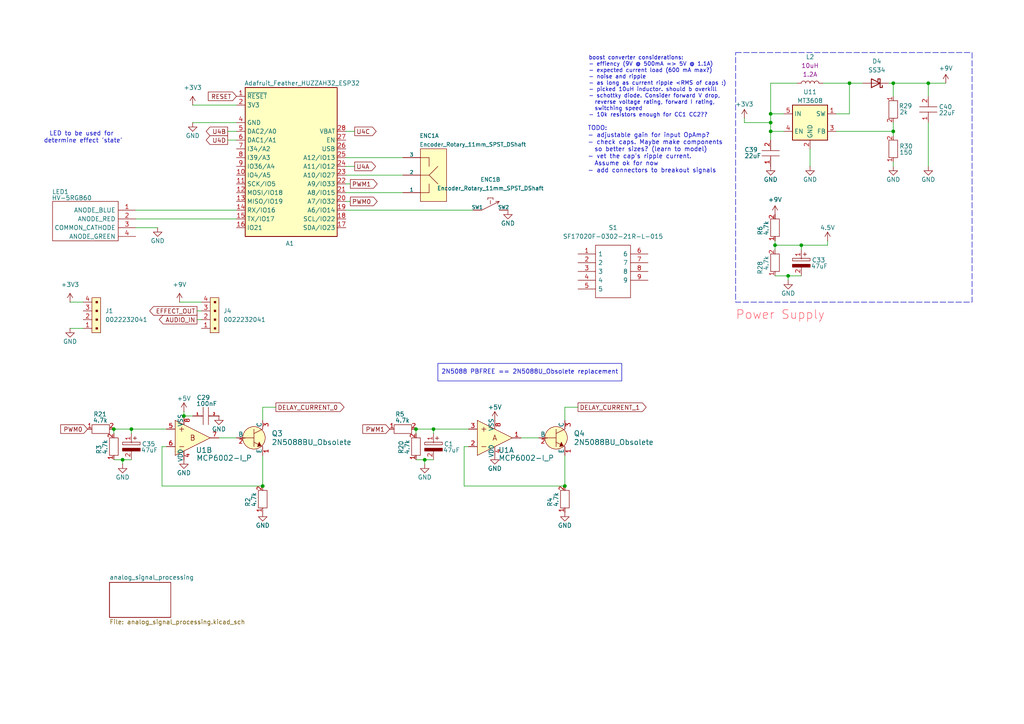
<source format=kicad_sch>
(kicad_sch (version 20231120) (generator "eeschema") (generator_version "8.0")
  (paper "A4")
  (junction (at 38.1 124.46))
  (junction (at 120.65 124.46))
  (junction (at 269.24 24.13))
  (junction (at 35.56 133.35))
  (junction (at 259.08 38.1))
  (junction (at 223.52 35.56))
  (junction (at 125.73 124.46))
  (junction (at 228.6 80.01))
  (junction (at 76.2 140.97))
  (junction (at 53.34 120.65))
  (junction (at 33.02 124.46))
  (junction (at 163.83 140.97))
  (junction (at 246.38 24.13))
  (junction (at 223.52 33.02))
  (junction (at 259.08 24.13))
  (junction (at 223.52 38.1))
  (junction (at 224.79 71.12))
  (junction (at 123.19 133.35))
  (junction (at 232.41 71.12))
  (wire (pts (xy 46.99 140.97) (xy 76.2 140.97)))
  (wire (pts (xy 55.88 35.56) (xy 68.58 35.56)))
  (wire (pts (xy 257.81 24.13) (xy 259.08 24.13)))
  (wire (pts (xy 76.2 118.11) (xy 80.01 118.11)))
  (wire (pts (xy 163.83 121.92) (xy 163.83 118.11)))
  (wire (pts (xy 100.33 45.72) (xy 116.84 45.72)))
  (wire (pts (xy 259.08 39.37) (xy 259.08 38.1)))
  (wire (pts (xy 163.83 118.11) (xy 167.64 118.11)))
  (wire (pts (xy 228.6 80.01) (xy 232.41 80.01)))
  (wire (pts (xy 134.62 129.54) (xy 134.62 140.97)))
  (wire (pts (xy 269.24 24.13) (xy 269.24 27.94)))
  (wire (pts (xy 101.6 58.42) (xy 100.33 58.42)))
  (wire (pts (xy 223.52 33.02) (xy 227.33 33.02)))
  (wire (pts (xy 66.04 38.1) (xy 68.58 38.1)))
  (wire (pts (xy 35.56 133.35) (xy 35.56 134.62)))
  (wire (pts (xy 259.08 24.13) (xy 269.24 24.13)))
  (wire (pts (xy 38.1 124.46) (xy 38.1 125.73)))
  (wire (pts (xy 48.26 129.54) (xy 46.99 129.54)))
  (wire (pts (xy 123.19 133.35) (xy 123.19 134.62)))
  (wire (pts (xy 120.65 133.35) (xy 123.19 133.35)))
  (wire (pts (xy 55.88 120.65) (xy 53.34 120.65)))
  (wire (pts (xy 246.38 33.02) (xy 242.57 33.02)))
  (wire (pts (xy 38.1 124.46) (xy 48.26 124.46)))
  (wire (pts (xy 238.76 24.13) (xy 246.38 24.13)))
  (wire (pts (xy 125.73 124.46) (xy 125.73 125.73)))
  (wire (pts (xy 134.62 140.97) (xy 163.83 140.97)))
  (wire (pts (xy 39.37 60.96) (xy 68.58 60.96)))
  (wire (pts (xy 52.07 87.63) (xy 58.42 87.63)))
  (wire (pts (xy 57.15 92.71) (xy 58.42 92.71)))
  (wire (pts (xy 232.41 71.12) (xy 240.03 71.12)))
  (wire (pts (xy 120.65 124.46) (xy 125.73 124.46)))
  (wire (pts (xy 234.95 48.26) (xy 234.95 43.18)))
  (wire (pts (xy 53.34 119.38) (xy 53.34 120.65)))
  (wire (pts (xy 35.56 133.35) (xy 38.1 133.35)))
  (wire (pts (xy 100.33 38.1) (xy 102.87 38.1)))
  (wire (pts (xy 223.52 38.1) (xy 227.33 38.1)))
  (wire (pts (xy 33.02 124.46) (xy 38.1 124.46)))
  (wire (pts (xy 163.83 132.08) (xy 163.83 140.97)))
  (wire (pts (xy 228.6 80.01) (xy 228.6 81.28)))
  (wire (pts (xy 135.89 129.54) (xy 134.62 129.54)))
  (wire (pts (xy 246.38 24.13) (xy 246.38 33.02)))
  (wire (pts (xy 33.02 124.46) (xy 33.02 125.73)))
  (wire (pts (xy 223.52 33.02) (xy 223.52 35.56)))
  (wire (pts (xy 223.52 24.13) (xy 231.14 24.13)))
  (wire (pts (xy 215.9 35.56) (xy 223.52 35.56)))
  (wire (pts (xy 100.33 48.26) (xy 102.87 48.26)))
  (wire (pts (xy 57.15 90.17) (xy 58.42 90.17)))
  (wire (pts (xy 269.24 48.26) (xy 269.24 35.56)))
  (wire (pts (xy 123.19 133.35) (xy 125.73 133.35)))
  (wire (pts (xy 223.52 24.13) (xy 223.52 33.02)))
  (wire (pts (xy 137.16 60.96) (xy 100.33 60.96)))
  (wire (pts (xy 125.73 124.46) (xy 135.89 124.46)))
  (wire (pts (xy 63.5 127) (xy 68.58 127)))
  (wire (pts (xy 259.08 35.56) (xy 259.08 38.1)))
  (wire (pts (xy 242.57 38.1) (xy 259.08 38.1)))
  (wire (pts (xy 232.41 71.12) (xy 232.41 72.39)))
  (wire (pts (xy 39.37 66.04) (xy 45.72 66.04)))
  (wire (pts (xy 224.79 71.12) (xy 232.41 71.12)))
  (wire (pts (xy 101.6 53.34) (xy 100.33 53.34)))
  (wire (pts (xy 55.88 30.48) (xy 68.58 30.48)))
  (wire (pts (xy 33.02 133.35) (xy 35.56 133.35)))
  (wire (pts (xy 151.13 127) (xy 156.21 127)))
  (wire (pts (xy 224.79 80.01) (xy 228.6 80.01)))
  (wire (pts (xy 269.24 24.13) (xy 274.32 24.13)))
  (wire (pts (xy 46.99 129.54) (xy 46.99 140.97)))
  (wire (pts (xy 20.32 87.63) (xy 24.13 87.63)))
  (wire (pts (xy 224.79 69.85) (xy 224.79 71.12)))
  (wire (pts (xy 66.04 40.64) (xy 68.58 40.64)))
  (wire (pts (xy 76.2 132.08) (xy 76.2 140.97)))
  (wire (pts (xy 20.32 95.25) (xy 24.13 95.25)))
  (wire (pts (xy 259.08 48.26) (xy 259.08 46.99)))
  (wire (pts (xy 100.33 50.8) (xy 116.84 50.8)))
  (wire (pts (xy 100.33 55.88) (xy 116.84 55.88)))
  (wire (pts (xy 240.03 71.12) (xy 240.03 69.85)))
  (wire (pts (xy 76.2 121.92) (xy 76.2 118.11)))
  (wire (pts (xy 120.65 124.46) (xy 120.65 125.73)))
  (wire (pts (xy 39.37 63.5) (xy 68.58 63.5)))
  (wire (pts (xy 246.38 24.13) (xy 250.19 24.13)))
  (wire (pts (xy 223.52 35.56) (xy 223.52 38.1)))
  (wire (pts (xy 223.52 38.1) (xy 223.52 40.64)))
  (wire (pts (xy 259.08 24.13) (xy 259.08 27.94)))
  (wire (pts (xy 215.9 34.29) (xy 215.9 35.56)))
  (wire (pts (xy 224.79 71.12) (xy 224.79 72.39)))
  (rectangle (start 213.36 15.24) (end 281.94 87.63) (stroke (width 0) (type dash)))
  (rectangle (start 127 105.41) (end 180.34 110.49))
  (text "LED to be used for \ndetermine effect 'state'" (at 24.13 39.878 0) (effects (font (size 1.27 1.27))))
  (text "Power Supply" (at 226.314 91.44 0) (effects (font (size 2.54 2.54))))
  (text "boost converter considerations:\n- effiency (9V @ 500mA => 5V @ 1.1A)\n- expected current load (600 mA max?)\n- noise and ripple\n- as long as current ripple <RMS of caps :)\n- picked 10uH inductor. should b overkill\n- schottky diode. Consider forward V drop,\n  reverse voltage rating, forward I rating,\n  switching speed\n- 10k resistors enough for CC1 CC2??" (at 170.688 25.146 0) (effects (font (size 1.143 1.143)) (justify left)))
  (text "2N5088 PBFREE == 2N5088U_Obsolete replacement\n" (at 153.67 107.95 0) (effects (font (size 1.27 1.27))))
  (text "TODO:\n- adjustable gain for input OpAmp?\n- check caps. Maybe make components\n  so better sizes? (learn to model)\n- vet the cap's ripple current. \n  Assume ok for now\n- add connectors to breakout signals\n\n" (at 170.434 44.45 0) (effects (font (size 1.27 1.27)) (justify left)))
  (global_label "U4A" (shape output) (at 102.87 48.26 0) (property "Intersheetrefs" "${INTERSHEET_REFS}" (effects (hide yes))))
  (global_label "U4C" (shape output) (at 102.87 38.1 0) (property "Intersheetrefs" "${INTERSHEET_REFS}" (effects (hide yes))))
  (global_label "PWM1" (shape input) (at 113.03 124.46 180) (property "Intersheetrefs" "${INTERSHEET_REFS}" (effects (hide yes))))
  (global_label "U4B" (shape output) (at 66.04 38.1 180) (property "Intersheetrefs" "${INTERSHEET_REFS}" (effects (hide yes))))
  (global_label "PWM0" (shape input) (at 25.4 124.46 180) (property "Intersheetrefs" "${INTERSHEET_REFS}" (effects (hide yes))))
  (global_label "PWM0" (shape output) (at 101.6 58.42 0) (property "Intersheetrefs" "${INTERSHEET_REFS}" (effects (hide yes))))
  (global_label "EFFECT_OUT" (shape output) (at 57.15 90.17 180) (property "Intersheetrefs" "${INTERSHEET_REFS}" (effects (hide yes))))
  (global_label "DELAY_CURRENT_1" (shape output) (at 167.64 118.11 0) (property "Intersheetrefs" "${INTERSHEET_REFS}" (effects (hide yes))))
  (global_label "PWM1" (shape output) (at 101.6 53.34 0) (property "Intersheetrefs" "${INTERSHEET_REFS}" (effects (hide yes))))
  (global_label "DELAY_CURRENT_0" (shape output) (at 80.01 118.11 0) (property "Intersheetrefs" "${INTERSHEET_REFS}" (effects (hide yes))))
  (global_label "AUDIO_IN" (shape output) (at 57.15 92.71 180) (property "Intersheetrefs" "${INTERSHEET_REFS}" (effects (hide yes))))
  (global_label "U4D" (shape output) (at 66.04 40.64 180) (property "Intersheetrefs" "${INTERSHEET_REFS}" (effects (hide yes))))
  (global_label "RESET" (shape input) (at 68.58 27.94 180) (property "Intersheetrefs" "${INTERSHEET_REFS}" (effects (hide yes))))
  (symbol (lib_id "SamacSys_Parts:MFR-25FRF52-4K7") (at 76.2 153.67 90) (unit 1)
    (property "Reference" "R2" (at 71.882 144.272 0) (effects (justify right)))
    (property "Value" "4.7k" (at 73.66 142.748 0) (effects (justify right)))
    (property "Footprint" "RESAD1590W60L630D240" (effects (hide yes)))
    (property "Datasheet" "https://www.yageo.com/upload/media/product/productsearch/datasheet/lr/YAGEO%20MFR_datasheet_2024v4.pdf" (effects (hide yes)))
    (property "Description" "4.7 kOhms +/-1% 0.25W, 1/4W Through Hole Resistor Axial Metal Film" (effects (hide yes)))
    (property "Description_1" "4.7 kOhms +/-1% 0.25W, 1/4W Through Hole Resistor Axial Metal Film" (effects (hide yes)))
    (property "Manufacturer_Name" "YAGEO" (effects (hide yes)))
    (property "Manufacturer_Part_Number" "MFR-25FRF52-4K7" (effects (hide yes)))
    (property "Mouser Part Number" "603-MFR-25FRF52-4K7" (effects (hide yes)))
    (property "Mouser Price/Stock" "https://www.mouser.co.uk/ProductDetail/YAGEO/MFR-25FRF52-4K7?qs=oAGoVhmvjhyQeQN9ury1YQ%3D%3D" (effects (hide yes)))
    (property "Arrow Part Number" "MFR-25FRF52-4K7" (effects (hide yes)))
    (property "Arrow Price/Stock" "https://www.arrow.com/en/products/mfr-25frf52-4k7/yageo?region=nac" (effects (hide yes)))
  )
  (symbol (lib_id "SamacSys_Parts:MFR-25FRF52-4K7") (at 163.83 153.67 90) (unit 1)
    (property "Reference" "R4" (at 159.512 144.272 0) (effects (justify right)))
    (property "Value" "4.7k" (at 161.29 142.748 0) (effects (justify right)))
    (property "Footprint" "RESAD1590W60L630D240" (effects (hide yes)))
    (property "Datasheet" "https://www.yageo.com/upload/media/product/productsearch/datasheet/lr/YAGEO%20MFR_datasheet_2024v4.pdf" (effects (hide yes)))
    (property "Description" "4.7 kOhms +/-1% 0.25W, 1/4W Through Hole Resistor Axial Metal Film" (effects (hide yes)))
    (property "Description_1" "4.7 kOhms +/-1% 0.25W, 1/4W Through Hole Resistor Axial Metal Film" (effects (hide yes)))
    (property "Manufacturer_Name" "YAGEO" (effects (hide yes)))
    (property "Manufacturer_Part_Number" "MFR-25FRF52-4K7" (effects (hide yes)))
    (property "Mouser Part Number" "603-MFR-25FRF52-4K7" (effects (hide yes)))
    (property "Mouser Price/Stock" "https://www.mouser.co.uk/ProductDetail/YAGEO/MFR-25FRF52-4K7?qs=oAGoVhmvjhyQeQN9ury1YQ%3D%3D" (effects (hide yes)))
    (property "Arrow Part Number" "MFR-25FRF52-4K7" (effects (hide yes)))
    (property "Arrow Price/Stock" "https://www.arrow.com/en/products/mfr-25frf52-4k7/yageo?region=nac" (effects (hide yes)))
  )
  (symbol (lib_id "SamacSys_Parts:MFR-25FRF52-4K7") (at 20.32 124.46 0) (unit 1)
    (property "Reference" "R21" (at 30.988 120.142 0) (effects (justify right)))
    (property "Value" "4.7k" (at 31.242 121.92 0) (effects (justify right)))
    (property "Footprint" "RESAD1590W60L630D240" (effects (hide yes)))
    (property "Datasheet" "https://www.yageo.com/upload/media/product/productsearch/datasheet/lr/YAGEO%20MFR_datasheet_2024v4.pdf" (effects (hide yes)))
    (property "Description" "4.7 kOhms +/-1% 0.25W, 1/4W Through Hole Resistor Axial Metal Film" (effects (hide yes)))
    (property "Description_1" "4.7 kOhms +/-1% 0.25W, 1/4W Through Hole Resistor Axial Metal Film" (effects (hide yes)))
    (property "Manufacturer_Name" "YAGEO" (effects (hide yes)))
    (property "Manufacturer_Part_Number" "MFR-25FRF52-4K7" (effects (hide yes)))
    (property "Mouser Part Number" "603-MFR-25FRF52-4K7" (effects (hide yes)))
    (property "Mouser Price/Stock" "https://www.mouser.co.uk/ProductDetail/YAGEO/MFR-25FRF52-4K7?qs=oAGoVhmvjhyQeQN9ury1YQ%3D%3D" (effects (hide yes)))
    (property "Arrow Part Number" "MFR-25FRF52-4K7" (effects (hide yes)))
    (property "Arrow Price/Stock" "https://www.arrow.com/en/products/mfr-25frf52-4k7/yageo?region=nac" (effects (hide yes)))
  )
  (symbol (lib_id "SamacSys_Parts:FG20X7R1C226MRT06") (at 269.24 31.75 90) (unit 1)
    (property "Reference" "C40" (at 272.288 30.988 90) (effects (justify right)))
    (property "Value" "22uF" (at 272.288 32.766 90) (effects (justify right)))
    (property "Footprint" "FG20" (effects (hide yes)))
    (property "Datasheet" "https://product.tdk.com/system/files/dam/doc/product/capacitor/ceramic/lead-mlcc/catalog/leadmlcc_halogenfree_fg_en.pdf" (effects (hide yes)))
    (property "Description" "MLCC with Dipped Radial Lead, Capacitance=22?F, LxWxT:5.5x7x4mm, Lead pitch:5mm" (effects (hide yes)))
    (property "Description_1" "MLCC with Dipped Radial Lead, Capacitance=22?F, LxWxT:5.5x7x4mm, Lead pitch:5mm" (effects (hide yes)))
    (property "Height" "5.5" (effects (hide yes)))
    (property "Manufacturer_Name" "TDK" (effects (hide yes)))
    (property "Manufacturer_Part_Number" "FG20X7R1C226MRT06" (effects (hide yes)))
    (property "Mouser Part Number" "810-FG20X7R1C226MRT6" (effects (hide yes)))
    (property "Mouser Price/Stock" "https://www.mouser.co.uk/ProductDetail/TDK/FG20X7R1C226MRT06?qs=qf2ddTMq67WyJ0TFf7dwFQ%3D%3D" (effects (hide yes)))
  )
  (symbol (lib_name "MCP6002-I_P_1") (lib_id "dk_Linear-Amplifiers-Instrumentation-OP-Amps-Buffer-Amps:MCP6002-I_P") (at 55.88 127 0) (unit 2)
    (property "Reference" "U1" (at 59.182 130.556 0) (effects (font (size 1.524 1.524))))
    (property "Value" "MCP6002-I_P" (at 65.024 132.842 0) (effects (font (size 1.524 1.524))))
    (property "Footprint" "digikey-footprints:DIP-8_W7.62mm" (effects (hide yes)))
    (property "Datasheet" "http://www.microchip.com/mymicrochip/filehandler.aspx?ddocname=en011705" (effects (hide yes)))
    (property "Description" "IC OPAMP GP 2 CIRCUIT 8DIP" (effects (hide yes)))
    (property "Digi-Key_PN" "MCP6002-I/P-ND" (effects (hide yes)))
    (property "MPN" "MCP6002-I/P" (effects (hide yes)))
    (property "Category" "Integrated Circuits (ICs)" (effects (hide yes)))
    (property "Family" "Linear - Amplifiers - Instrumentation, OP Amps, Buffer Amps" (effects (hide yes)))
    (property "DK_Datasheet_Link" "http://www.microchip.com/mymicrochip/filehandler.aspx?ddocname=en011705" (effects (hide yes)))
    (property "DK_Detail_Page" "/product-detail/en/microchip-technology/MCP6002-I-P/MCP6002-I-P-ND/500875" (effects (hide yes)))
    (property "Description_1" "IC OPAMP GP 2 CIRCUIT 8DIP" (effects (hide yes)))
    (property "Manufacturer" "Microchip Technology" (effects (hide yes)))
    (property "Status" "Active" (effects (hide yes)))
  )
  (symbol (lib_id "power:GND") (at 45.72 66.04 0) (unit 1)
    (property "Reference" "#PWR013" (effects (hide yes)))
    (property "Value" "GND" (at 45.72 69.85 0))
    (property "Description" "Power symbol creates a global label with name \"GND\" , ground" (effects (hide yes)))
  )
  (symbol (lib_id "PCM_4ms_Inductor:10uH_1.0A_4018") (at 234.95 24.13 90) (unit 1)
    (property "Reference" "L2" (at 234.95 16.51 90))
    (property "Value" "10uH_1.0A_4018" (effects (hide yes)))
    (property "Footprint" "Inductor_SMD:L_Taiyo-Yuden_NR-40xx" (effects (hide yes)))
    (property "Description" "10uH, Idc>1.0A, Rdc<=200mOhms, shielded" (effects (hide yes)))
    (property "Specifications" "10uH, Idc>1.2A, Rdc<=200mOhms, shielded" (effects (hide yes)))
    (property "Manufacturer" "Taiyo Yuden" (effects (hide yes)))
    (property "Part Number" "NRS4018T100MDGJ" (effects (hide yes)))
    (property "Display" "10uH" (at 234.95 19.05 90))
    (property "Display 2" "1.2A" (at 234.95 21.59 90))
  )
  (symbol (lib_id "dk_Transistors-Bipolar-BJT-Single:2N5088BU_Obsolete") (at 161.29 127 0) (unit 1)
    (property "Reference" "Q4" (at 166.37 125.7299 0) (effects (font (size 1.524 1.524)) (justify left)))
    (property "Value" "2N5088BU_Obsolete" (at 166.37 128.2699 0) (effects (font (size 1.524 1.524)) (justify left)))
    (property "Footprint" "digikey-footprints:TO-92-3" (effects (hide yes)))
    (property "Datasheet" "https://media.digikey.com/pdf/Data%20Sheets/ON%20Semiconductor%20PDFs/2N5088,89,MMBT5088,89.pdf" (effects (hide yes)))
    (property "Description" "TRANS NPN 30V 0.1A TO92" (effects (hide yes)))
    (property "Digi-Key_PN" "2N5088BU-ND" (effects (hide yes)))
    (property "MPN" "2N5088BU" (effects (hide yes)))
    (property "Category" "Discrete Semiconductor Products" (effects (hide yes)))
    (property "Family" "Transistors - Bipolar (BJT) - Single" (effects (hide yes)))
    (property "DK_Datasheet_Link" "https://media.digikey.com/pdf/Data%20Sheets/ON%20Semiconductor%20PDFs/2N5088,89,MMBT5088,89.pdf" (effects (hide yes)))
    (property "DK_Detail_Page" "/product-detail/en/on-semiconductor/2N5088BU/2N5088BU-ND/32182" (effects (hide yes)))
    (property "Description_1" "TRANS NPN 30V 0.1A TO92" (effects (hide yes)))
    (property "Manufacturer" "ON Semiconductor" (effects (hide yes)))
    (property "Status" "Obsolete NonStock" (effects (hide yes)))
  )
  (symbol (lib_id "power:GND") (at 234.95 48.26 0) (unit 1)
    (property "Reference" "#PWR035" (effects (hide yes)))
    (property "Value" "GND" (at 234.95 52.07 0))
    (property "Description" "Power symbol creates a global label with name \"GND\" , ground" (effects (hide yes)))
  )
  (symbol (lib_id "SamacSys_Parts:HV-5RGB60") (at 24.13 62.23 0) (unit 1)
    (property "Reference" "LED1" (at 17.526 55.626 0))
    (property "Value" "HV-5RGB60" (at 20.828 57.404 0))
    (property "Footprint" "HV5RGB25" (effects (hide yes)))
    (property "Datasheet" "http://www.inolux-corp.com/datasheet/Inolux%20Lamp/TH%20Lamp/HV-5RGBXX%205mm%20Full-Color%20Series.pdf" (effects (hide yes)))
    (property "Description" "Standard LEDs - Through Hole RGB LED" (effects (hide yes)))
    (property "Description_1" "Standard LEDs - Through Hole RGB LED" (effects (hide yes)))
    (property "Height" "8.9" (effects (hide yes)))
    (property "Manufacturer_Name" "Inolux" (effects (hide yes)))
    (property "Manufacturer_Part_Number" "HV-5RGB60" (effects (hide yes)))
    (property "Mouser Part Number" "743-HV-5RGB60" (effects (hide yes)))
    (property "Mouser Price/Stock" "https://www.mouser.co.uk/ProductDetail/Inolux/HV-5RGB60?qs=qSfuJ%252Bfl%2Fd7yi2o6d75%2FlQ%3D%3D" (effects (hide yes)))
    (property "Arrow Part Number" "HV-5RGB60" (effects (hide yes)))
    (property "Arrow Price/Stock" "https://www.arrow.com/en/products/hv-5rgb60/inolux-corporation?utm_currency=USD&region=nac" (effects (hide yes)))
  )
  (symbol (lib_id "power:+9V") (at 52.07 87.63 0) (unit 1)
    (property "Reference" "#PWR09" (effects (hide yes)))
    (property "Value" "+9V" (at 52.07 82.55 0))
    (property "Description" "Power symbol creates a global label with name \"+9V\"" (effects (hide yes)))
  )
  (symbol (lib_id "power:GND") (at 35.56 134.62 0) (unit 1)
    (property "Reference" "#PWR044" (effects (hide yes)))
    (property "Value" "GND" (at 35.56 138.43 0))
    (property "Description" "Power symbol creates a global label with name \"GND\" , ground" (effects (hide yes)))
  )
  (symbol (lib_id "SamacSys_Parts:MFR-25FRF52-4K7") (at 107.95 124.46 0) (unit 1)
    (property "Reference" "R5" (at 117.348 120.142 0) (effects (justify right)))
    (property "Value" "4.7k" (at 118.872 121.92 0) (effects (justify right)))
    (property "Footprint" "RESAD1590W60L630D240" (effects (hide yes)))
    (property "Datasheet" "https://www.yageo.com/upload/media/product/productsearch/datasheet/lr/YAGEO%20MFR_datasheet_2024v4.pdf" (effects (hide yes)))
    (property "Description" "4.7 kOhms +/-1% 0.25W, 1/4W Through Hole Resistor Axial Metal Film" (effects (hide yes)))
    (property "Description_1" "4.7 kOhms +/-1% 0.25W, 1/4W Through Hole Resistor Axial Metal Film" (effects (hide yes)))
    (property "Manufacturer_Name" "YAGEO" (effects (hide yes)))
    (property "Manufacturer_Part_Number" "MFR-25FRF52-4K7" (effects (hide yes)))
    (property "Mouser Part Number" "603-MFR-25FRF52-4K7" (effects (hide yes)))
    (property "Mouser Price/Stock" "https://www.mouser.co.uk/ProductDetail/YAGEO/MFR-25FRF52-4K7?qs=oAGoVhmvjhyQeQN9ury1YQ%3D%3D" (effects (hide yes)))
    (property "Arrow Part Number" "MFR-25FRF52-4K7" (effects (hide yes)))
    (property "Arrow Price/Stock" "https://www.arrow.com/en/products/mfr-25frf52-4k7/yageo?region=nac" (effects (hide yes)))
  )
  (symbol (lib_id "SamacSys_Parts:MFR-25FRF52-4K7") (at 224.79 74.93 90) (unit 1)
    (property "Reference" "R6" (at 220.472 65.532 0) (effects (justify right)))
    (property "Value" "4.7k" (at 222.25 64.008 0) (effects (justify right)))
    (property "Footprint" "RESAD1590W60L630D240" (effects (hide yes)))
    (property "Datasheet" "https://www.yageo.com/upload/media/product/productsearch/datasheet/lr/YAGEO%20MFR_datasheet_2024v4.pdf" (effects (hide yes)))
    (property "Description" "4.7 kOhms +/-1% 0.25W, 1/4W Through Hole Resistor Axial Metal Film" (effects (hide yes)))
    (property "Description_1" "4.7 kOhms +/-1% 0.25W, 1/4W Through Hole Resistor Axial Metal Film" (effects (hide yes)))
    (property "Manufacturer_Name" "YAGEO" (effects (hide yes)))
    (property "Manufacturer_Part_Number" "MFR-25FRF52-4K7" (effects (hide yes)))
    (property "Mouser Part Number" "603-MFR-25FRF52-4K7" (effects (hide yes)))
    (property "Mouser Price/Stock" "https://www.mouser.co.uk/ProductDetail/YAGEO/MFR-25FRF52-4K7?qs=oAGoVhmvjhyQeQN9ury1YQ%3D%3D" (effects (hide yes)))
    (property "Arrow Part Number" "MFR-25FRF52-4K7" (effects (hide yes)))
    (property "Arrow Price/Stock" "https://www.arrow.com/en/products/mfr-25frf52-4k7/yageo?region=nac" (effects (hide yes)))
  )
  (symbol (lib_id "SamacSys_Parts:SR211C104KARTR1") (at 59.69 120.65 0) (unit 1)
    (property "Reference" "C29" (at 60.96 115.316 0) (effects (justify right)))
    (property "Value" "100nF" (at 62.992 117.094 0) (effects (justify right)))
    (property "Footprint" "SR211C104KARTR1" (effects (hide yes)))
    (property "Datasheet" "http://datasheets.avx.com/SR-Series.pdf" (effects (hide yes)))
    (property "Description" "AVX 100nF Multilayer Ceramic Capacitor MLCC 100V dc +/-10% X7R Dielectric SR21 Radial, Max. Temp. +125C" (effects (hide yes)))
    (property "Description_1" "AVX 100nF Multilayer Ceramic Capacitor MLCC 100V dc +/-10% X7R Dielectric SR21 Radial, Max. Temp. +125C" (effects (hide yes)))
    (property "Height" "5.08" (effects (hide yes)))
    (property "Manufacturer_Name" "Kyocera AVX" (effects (hide yes)))
    (property "Manufacturer_Part_Number" "SR211C104KARTR1" (effects (hide yes)))
    (property "Mouser Part Number" "581-SR211C104KARTR1" (effects (hide yes)))
    (property "Mouser Price/Stock" "https://www.mouser.co.uk/ProductDetail/KYOCERA-AVX/SR211C104KARTR1?qs=VbDyUod5BIevel8oj7CoQQ%3D%3D" (effects (hide yes)))
    (property "Arrow Part Number" "SR211C104KARTR1" (effects (hide yes)))
    (property "Arrow Price/Stock" "https://www.arrow.com/en/products/sr211c104kartr1/avx?utm_currency=USD&region=europe" (effects (hide yes)))
  )
  (symbol (lib_id "power:GND") (at 259.08 48.26 0) (unit 1)
    (property "Reference" "#PWR039" (effects (hide yes)))
    (property "Value" "GND" (at 259.08 52.07 0))
    (property "Description" "Power symbol creates a global label with name \"GND\" , ground" (effects (hide yes)))
  )
  (symbol (lib_id "power:GND") (at 269.24 48.26 0) (unit 1)
    (property "Reference" "#PWR040" (effects (hide yes)))
    (property "Value" "GND" (at 269.24 52.07 0))
    (property "Description" "Power symbol creates a global label with name \"GND\" , ground" (effects (hide yes)))
  )
  (symbol (lib_id "Diode:SS34") (at 254 24.13 180) (unit 1)
    (property "Reference" "D4" (at 254.3175 17.78 0))
    (property "Value" "SS34" (at 254.3175 20.32 0))
    (property "Footprint" "Diode_SMD:D_SMA" (effects (hide yes)))
    (property "Datasheet" "https://www.vishay.com/docs/88751/ss32.pdf" (effects (hide yes)))
    (property "Description" "40V 3A Schottky Diode, SMA" (effects (hide yes)))
  )
  (symbol (lib_id "PCM_4ms_Switch:Encoder_Rotary_11mm_SPST_DShaft") (at 121.92 50.8 270) (unit 1)
    (property "Reference" "ENC1" (at 121.666 39.37 90) (effects (font (size 1.143 1.143)) (justify left)))
    (property "Value" "Encoder_Rotary_11mm_SPST_DShaft" (at 121.666 41.91 90) (effects (font (size 1.143 1.143)) (justify left)))
    (property "Footprint" "4ms_Encoder:ENC_SPST_12mm" (effects (hide yes)))
    (property "Description" "Rotary Encoder 11mm with SPST, No Detent, 20mm D-shaft" (effects (hide yes)))
    (property "Manufacturer" "Alpha Taiwan" (effects (hide yes)))
    (property "Part Number" "RE111F-41B3N-20F-20P-N" (effects (hide yes)))
    (property "Specifications" "Rotary Encoder 11mm with SPST, No Detent, 20mm D-shaft" (effects (hide yes)))
    (property "Manufacturer 2" "Bourns" (effects (hide yes)))
    (property "Part Number 2" "PEC11L-4020F-S0020" (effects (hide yes)))
  )
  (symbol (lib_id "power:GND") (at 223.52 48.26 0) (unit 1)
    (property "Reference" "#PWR011" (effects (hide yes)))
    (property "Value" "GND" (at 223.52 52.07 0))
    (property "Description" "Power symbol creates a global label with name \"GND\" , ground" (effects (hide yes)))
  )
  (symbol (lib_id "Regulator_Switching:MT3608") (at 234.95 35.56 0) (unit 1)
    (property "Reference" "U11" (at 234.95 26.67 0))
    (property "Value" "MT3608" (at 234.95 29.21 0))
    (property "Footprint" "Package_TO_SOT_SMD:SOT-23-6" (effects (hide yes)))
    (property "Datasheet" "https://www.olimex.com/Products/Breadboarding/BB-PWR-3608/resources/MT3608.pdf" (effects (hide yes)))
    (property "Description" "High Efficiency 1.2MHz 2A Step Up Converter, 2-24V Vin, 28V Vout, 4A current limit, 1.2MHz, SOT23-6" (effects (hide yes)))
  )
  (symbol (lib_id "dk_Linear-Amplifiers-Instrumentation-OP-Amps-Buffer-Amps:MCP6002-I_P") (at 143.51 127 0) (unit 1)
    (property "Reference" "U1" (at 146.812 130.556 0) (effects (font (size 1.524 1.524))))
    (property "Value" "MCP6002-I_P" (at 152.654 132.842 0) (effects (font (size 1.524 1.524))))
    (property "Footprint" "digikey-footprints:DIP-8_W7.62mm" (effects (hide yes)))
    (property "Datasheet" "http://www.microchip.com/mymicrochip/filehandler.aspx?ddocname=en011705" (effects (hide yes)))
    (property "Description" "IC OPAMP GP 2 CIRCUIT 8DIP" (effects (hide yes)))
    (property "Digi-Key_PN" "MCP6002-I/P-ND" (effects (hide yes)))
    (property "MPN" "MCP6002-I/P" (effects (hide yes)))
    (property "Category" "Integrated Circuits (ICs)" (effects (hide yes)))
    (property "Family" "Linear - Amplifiers - Instrumentation, OP Amps, Buffer Amps" (effects (hide yes)))
    (property "DK_Datasheet_Link" "http://www.microchip.com/mymicrochip/filehandler.aspx?ddocname=en011705" (effects (hide yes)))
    (property "DK_Detail_Page" "/product-detail/en/microchip-technology/MCP6002-I-P/MCP6002-I-P-ND/500875" (effects (hide yes)))
    (property "Description_1" "IC OPAMP GP 2 CIRCUIT 8DIP" (effects (hide yes)))
    (property "Manufacturer" "Microchip Technology" (effects (hide yes)))
    (property "Status" "Active" (effects (hide yes)))
  )
  (symbol (lib_id "power:+3V3") (at 215.9 34.29 0) (unit 1)
    (property "Reference" "#PWR070" (effects (hide yes)))
    (property "Value" "+3V3" (at 215.9 30.226 0))
    (property "Description" "Power symbol creates a global label with name \"+3V3\"" (effects (hide yes)))
  )
  (symbol (lib_id "power:GND") (at 76.2 148.59 0) (unit 1)
    (property "Reference" "#PWR048" (effects (hide yes)))
    (property "Value" "GND" (at 76.2 152.4 0))
    (property "Description" "Power symbol creates a global label with name \"GND\" , ground" (effects (hide yes)))
  )
  (symbol (lib_id "power:GND") (at 228.6 81.28 0) (unit 1)
    (property "Reference" "#PWR051" (effects (hide yes)))
    (property "Value" "GND" (at 228.6 85.09 0))
    (property "Description" "Power symbol creates a global label with name \"GND\" , ground" (effects (hide yes)))
  )
  (symbol (lib_id "power:+3V3") (at 55.88 30.48 0) (unit 1)
    (property "Reference" "#PWR012" (effects (hide yes)))
    (property "Value" "+3V3" (at 55.88 25.4 0))
    (property "Description" "Power symbol creates a global label with name \"+3V3\"" (effects (hide yes)))
  )
  (symbol (lib_id "SamacSys_Parts:MFR-25FBF52-150R") (at 259.08 43.18 90) (unit 1)
    (property "Reference" "R30" (at 260.858 42.418 90) (effects (justify right)))
    (property "Value" "150" (at 260.858 44.1961 90) (effects (justify right)))
    (property "Footprint" "RESAD1590W60L630D240" (effects (hide yes)))
    (property "Datasheet" "https://componentsearchengine.com/Datasheets/2/MFR-25FBF52-150R.pdf" (effects (hide yes)))
    (property "Description" "Metal Film Resistors - Through Hole 150 OHM 1/4W 1%" (effects (hide yes)))
    (property "Description_1" "Metal Film Resistors - Through Hole 150 OHM 1/4W 1%" (effects (hide yes)))
    (property "Manufacturer_Name" "YAGEO" (effects (hide yes)))
    (property "Manufacturer_Part_Number" "MFR-25FBF52-150R" (effects (hide yes)))
    (property "Mouser Part Number" "603-MFR-25FBF52-150R" (effects (hide yes)))
    (property "Mouser Price/Stock" "https://www.mouser.co.uk/ProductDetail/YAGEO/MFR-25FBF52-150R?qs=oAGoVhmvjhzXwr6CW7nGjg%3D%3D" (effects (hide yes)))
    (property "Arrow Part Number" "MFR-25FBF52-150R" (effects (hide yes)))
    (property "Arrow Price/Stock" "https://www.arrow.com/en/products/mfr-25fbf52-150r/yageo?region=nac" (effects (hide yes)))
  )
  (symbol (lib_id "SamacSys_Parts:FG20X7R1C226MRT06") (at 223.52 44.45 90) (unit 1)
    (property "Reference" "C39" (at 215.9 43.434 90) (effects (justify right)))
    (property "Value" "22uF" (at 215.9 45.212 90) (effects (justify right)))
    (property "Footprint" "FG20" (effects (hide yes)))
    (property "Datasheet" "https://product.tdk.com/system/files/dam/doc/product/capacitor/ceramic/lead-mlcc/catalog/leadmlcc_halogenfree_fg_en.pdf" (effects (hide yes)))
    (property "Description" "MLCC with Dipped Radial Lead, Capacitance=22?F, LxWxT:5.5x7x4mm, Lead pitch:5mm" (effects (hide yes)))
    (property "Description_1" "MLCC with Dipped Radial Lead, Capacitance=22?F, LxWxT:5.5x7x4mm, Lead pitch:5mm" (effects (hide yes)))
    (property "Height" "5.5" (effects (hide yes)))
    (property "Manufacturer_Name" "TDK" (effects (hide yes)))
    (property "Manufacturer_Part_Number" "FG20X7R1C226MRT06" (effects (hide yes)))
    (property "Mouser Part Number" "810-FG20X7R1C226MRT6" (effects (hide yes)))
    (property "Mouser Price/Stock" "https://www.mouser.co.uk/ProductDetail/TDK/FG20X7R1C226MRT06?qs=qf2ddTMq67WyJ0TFf7dwFQ%3D%3D" (effects (hide yes)))
  )
  (symbol (lib_id "dk_Rectangular-Connectors-Headers-Male-Pins:0022232041") (at 60.96 95.25 90) (unit 1)
    (property "Reference" "J4" (at 64.77 90.1699 90) (effects (justify right)))
    (property "Value" "0022232041" (at 64.77 92.7099 90) (effects (justify right)))
    (property "Footprint" "digikey-footprints:PinHeader_1x4_P2.54mm_Drill1.02mm" (effects (hide yes)))
    (property "Datasheet" "https://www.molex.com/pdm_docs/sd/022232041_sd.pdf" (effects (hide yes)))
    (property "Description" "CONN HEADER VERT 4POS 2.54MM" (effects (hide yes)))
    (property "Digi-Key_PN" "WM4202-ND" (effects (hide yes)))
    (property "MPN" "0022232041" (effects (hide yes)))
    (property "Category" "Connectors, Interconnects" (effects (hide yes)))
    (property "Family" "Rectangular Connectors - Headers, Male Pins" (effects (hide yes)))
    (property "DK_Datasheet_Link" "https://www.molex.com/pdm_docs/sd/022232041_sd.pdf" (effects (hide yes)))
    (property "DK_Detail_Page" "/product-detail/en/molex/0022232041/WM4202-ND/26671" (effects (hide yes)))
    (property "Description_1" "CONN HEADER VERT 4POS 2.54MM" (effects (hide yes)))
    (property "Manufacturer" "Molex" (effects (hide yes)))
    (property "Status" "Active" (effects (hide yes)))
  )
  (symbol (lib_name "REA470M1CBK-0511P_1") (lib_id "SamacSys_Parts:REA470M1CBK-0511P") (at 232.41 76.2 270) (unit 1)
    (property "Reference" "C33" (at 235.458 75.438 90) (effects (justify left)))
    (property "Value" "47uF" (at 235.204 77.216 90) (effects (justify left)))
    (property "Footprint" "CAPPRD200W50D525H1250" (effects (hide yes)))
    (property "Datasheet" "https://mouser.componentsearchengine.com/Datasheets/1/REA470M1CBK-0511P.pdf" (effects (hide yes)))
    (property "Description" "Aluminum Electrolytic Capacitors - Radial Leaded 16V 47uF 20% 5x11 mm" (effects (hide yes)))
    (property "Description_1" "Aluminum Electrolytic Capacitors - Radial Leaded 16V 47uF 20% 5x11 mm" (effects (hide yes)))
    (property "Height" "12.5" (effects (hide yes)))
    (property "Manufacturer_Name" "Lelon" (effects (hide yes)))
    (property "Manufacturer_Part_Number" "REA470M1CBK-0511P" (effects (hide yes)))
    (property "Mouser Part Number" "140-REA470M1CBK0511P" (effects (hide yes)))
    (property "Mouser Price/Stock" "https://www.mouser.co.uk/ProductDetail/Lelon/REA470M1CBK-0511P/?qs=LVGG2qFPDbGuSPcHtpe6Lw%3D%3D" (effects (hide yes)))
  )
  (symbol (lib_id "power:GND") (at 53.34 133.35 0) (unit 1)
    (property "Reference" "#PWR06" (effects (hide yes)))
    (property "Value" "GND" (at 53.34 137.16 0))
    (property "Description" "Power symbol creates a global label with name \"GND\" , ground" (effects (hide yes)))
  )
  (symbol (lib_id "power:GND") (at 20.32 95.25 0) (unit 1)
    (property "Reference" "#PWR07" (effects (hide yes)))
    (property "Value" "GND" (at 20.32 99.06 0))
    (property "Description" "Power symbol creates a global label with name \"GND\" , ground" (effects (hide yes)))
  )
  (symbol (lib_id "power:GND") (at 143.51 132.08 0) (unit 1)
    (property "Reference" "#PWR01" (effects (hide yes)))
    (property "Value" "GND" (at 143.51 135.89 0))
    (property "Description" "Power symbol creates a global label with name \"GND\" , ground" (effects (hide yes)))
  )
  (symbol (lib_name "REA470M1CBK-0511P_1") (lib_id "SamacSys_Parts:REA470M1CBK-0511P") (at 125.73 129.54 270) (unit 1)
    (property "Reference" "C1" (at 128.778 128.778 90) (effects (justify left)))
    (property "Value" "47uF" (at 128.524 130.556 90) (effects (justify left)))
    (property "Footprint" "CAPPRD200W50D525H1250" (effects (hide yes)))
    (property "Datasheet" "https://mouser.componentsearchengine.com/Datasheets/1/REA470M1CBK-0511P.pdf" (effects (hide yes)))
    (property "Description" "Aluminum Electrolytic Capacitors - Radial Leaded 16V 47uF 20% 5x11 mm" (effects (hide yes)))
    (property "Description_1" "Aluminum Electrolytic Capacitors - Radial Leaded 16V 47uF 20% 5x11 mm" (effects (hide yes)))
    (property "Height" "12.5" (effects (hide yes)))
    (property "Manufacturer_Name" "Lelon" (effects (hide yes)))
    (property "Manufacturer_Part_Number" "REA470M1CBK-0511P" (effects (hide yes)))
    (property "Mouser Part Number" "140-REA470M1CBK0511P" (effects (hide yes)))
    (property "Mouser Price/Stock" "https://www.mouser.co.uk/ProductDetail/Lelon/REA470M1CBK-0511P/?qs=LVGG2qFPDbGuSPcHtpe6Lw%3D%3D" (effects (hide yes)))
  )
  (symbol (lib_id "dk_Rectangular-Connectors-Headers-Male-Pins:0022232041") (at 26.67 95.25 90) (unit 1)
    (property "Reference" "J1" (at 30.48 90.1699 90) (effects (justify right)))
    (property "Value" "0022232041" (at 30.48 92.7099 90) (effects (justify right)))
    (property "Footprint" "digikey-footprints:PinHeader_1x4_P2.54mm_Drill1.02mm" (effects (hide yes)))
    (property "Datasheet" "https://www.molex.com/pdm_docs/sd/022232041_sd.pdf" (effects (hide yes)))
    (property "Description" "CONN HEADER VERT 4POS 2.54MM" (effects (hide yes)))
    (property "Digi-Key_PN" "WM4202-ND" (effects (hide yes)))
    (property "MPN" "0022232041" (effects (hide yes)))
    (property "Category" "Connectors, Interconnects" (effects (hide yes)))
    (property "Family" "Rectangular Connectors - Headers, Male Pins" (effects (hide yes)))
    (property "DK_Datasheet_Link" "https://www.molex.com/pdm_docs/sd/022232041_sd.pdf" (effects (hide yes)))
    (property "DK_Detail_Page" "/product-detail/en/molex/0022232041/WM4202-ND/26671" (effects (hide yes)))
    (property "Description_1" "CONN HEADER VERT 4POS 2.54MM" (effects (hide yes)))
    (property "Manufacturer" "Molex" (effects (hide yes)))
    (property "Status" "Active" (effects (hide yes)))
  )
  (symbol (lib_id "power:GND") (at 63.5 120.65 0) (unit 1)
    (property "Reference" "#PWR045" (effects (hide yes)))
    (property "Value" "GND" (at 63.5 124.46 0))
    (property "Description" "Power symbol creates a global label with name \"GND\" , ground" (effects (hide yes)))
  )
  (symbol (lib_id "SamacSys_Parts:MFR-25FRF52-4K7") (at 224.79 85.09 90) (unit 1)
    (property "Reference" "R28" (at 220.472 75.692 0) (effects (justify right)))
    (property "Value" "4.7k" (at 222.25 74.168 0) (effects (justify right)))
    (property "Footprint" "RESAD1590W60L630D240" (effects (hide yes)))
    (property "Datasheet" "https://www.yageo.com/upload/media/product/productsearch/datasheet/lr/YAGEO%20MFR_datasheet_2024v4.pdf" (effects (hide yes)))
    (property "Description" "4.7 kOhms +/-1% 0.25W, 1/4W Through Hole Resistor Axial Metal Film" (effects (hide yes)))
    (property "Description_1" "4.7 kOhms +/-1% 0.25W, 1/4W Through Hole Resistor Axial Metal Film" (effects (hide yes)))
    (property "Manufacturer_Name" "YAGEO" (effects (hide yes)))
    (property "Manufacturer_Part_Number" "MFR-25FRF52-4K7" (effects (hide yes)))
    (property "Mouser Part Number" "603-MFR-25FRF52-4K7" (effects (hide yes)))
    (property "Mouser Price/Stock" "https://www.mouser.co.uk/ProductDetail/YAGEO/MFR-25FRF52-4K7?qs=oAGoVhmvjhyQeQN9ury1YQ%3D%3D" (effects (hide yes)))
    (property "Arrow Part Number" "MFR-25FRF52-4K7" (effects (hide yes)))
    (property "Arrow Price/Stock" "https://www.arrow.com/en/products/mfr-25frf52-4k7/yageo?region=nac" (effects (hide yes)))
  )
  (symbol (lib_id "PCM_4ms_Switch:Encoder_Rotary_11mm_SPST_DShaft") (at 142.24 60.96 0) (unit 2)
    (property "Reference" "ENC1" (at 142.24 52.07 0) (effects (font (size 1.143 1.143))))
    (property "Value" "Encoder_Rotary_11mm_SPST_DShaft" (at 142.24 54.61 0) (effects (font (size 1.143 1.143))))
    (property "Footprint" "4ms_Encoder:ENC_SPST_12mm" (effects (hide yes)))
    (property "Description" "Rotary Encoder 11mm with SPST, No Detent, 20mm D-shaft" (effects (hide yes)))
    (property "Manufacturer" "Alpha Taiwan" (effects (hide yes)))
    (property "Part Number" "RE111F-41B3N-20F-20P-N" (effects (hide yes)))
    (property "Specifications" "Rotary Encoder 11mm with SPST, No Detent, 20mm D-shaft" (effects (hide yes)))
    (property "Manufacturer 2" "Bourns" (effects (hide yes)))
    (property "Part Number 2" "PEC11L-4020F-S0020" (effects (hide yes)))
  )
  (symbol (lib_id "power:+9V") (at 224.79 62.23 0) (unit 1)
    (property "Reference" "#PWR049" (effects (hide yes)))
    (property "Value" "+9V" (at 224.79 57.912 0))
    (property "Description" "Power symbol creates a global label with name \"+9V\"" (effects (hide yes)))
  )
  (symbol (lib_id "power:+3V3") (at 240.03 69.85 0) (unit 1)
    (property "Reference" "#PWR052" (effects (hide yes)))
    (property "Value" "4.5V" (at 240.03 66.04 0))
    (property "Description" "Power symbol creates a global label with name \"+3V3\"" (effects (hide yes)))
  )
  (symbol (lib_id "SamacSys_Parts:SF17020F-0302-21R-L-015") (at 167.64 73.66 0) (unit 1)
    (property "Reference" "S1" (at 177.8 66.04 0))
    (property "Value" "SF17020F-0302-21R-L-015" (at 177.8 68.58 0))
    (property "Footprint" "SF17020F030221RL015" (effects (hide yes)))
    (property "Datasheet" "https://componentsearchengine.com/Datasheets/1/SF17020F-0302-21R-L-015.pdf" (effects (hide yes)))
    (property "Description" "Pushbutton Switches 3PDT STOMP/FOOT SW LATCHING 1A9VDC 9PIN" (effects (hide yes)))
    (property "Description_1" "Pushbutton Switches 3PDT STOMP/FOOT SW LATCHING 1A9VDC 9PIN" (effects (hide yes)))
    (property "Height" "41.2" (effects (hide yes)))
    (property "Manufacturer_Name" "Alpha (Taiwan)" (effects (hide yes)))
    (property "Manufacturer_Part_Number" "SF17020F-0302-21R-L-015" (effects (hide yes)))
    (property "Mouser Part Number" "107-SF17020F-32-21RL" (effects (hide yes)))
    (property "Mouser Price/Stock" "https://www.mouser.co.uk/ProductDetail/Alpha-Taiwan/SF17020F-0302-21R-L-015?qs=8%252Br4Hz5Xir%252BN8wocvXmKAA%3D%3D" (effects (hide yes)))
  )
  (symbol (lib_id "power:GND") (at 123.19 134.62 0) (unit 1)
    (property "Reference" "#PWR041" (effects (hide yes)))
    (property "Value" "GND" (at 123.19 138.43 0))
    (property "Description" "Power symbol creates a global label with name \"GND\" , ground" (effects (hide yes)))
  )
  (symbol (lib_id "power:+5V") (at 143.51 121.92 0) (unit 1)
    (property "Reference" "#PWR042" (effects (hide yes)))
    (property "Value" "+5V" (at 143.51 118.11 0))
    (property "Description" "Power symbol creates a global label with name \"+5V\"" (effects (hide yes)))
  )
  (symbol (lib_id "power:GND") (at 147.32 60.96 0) (unit 1)
    (property "Reference" "#PWR05" (effects (hide yes)))
    (property "Value" "GND" (at 147.32 64.77 0))
    (property "Description" "Power symbol creates a global label with name \"GND\" , ground" (effects (hide yes)))
  )
  (symbol (lib_id "power:GND") (at 163.83 148.59 0) (unit 1)
    (property "Reference" "#PWR043" (effects (hide yes)))
    (property "Value" "GND" (at 163.83 152.4 0))
    (property "Description" "Power symbol creates a global label with name \"GND\" , ground" (effects (hide yes)))
  )
  (symbol (lib_id "power:+9V") (at 274.32 24.13 0) (unit 1)
    (property "Reference" "#PWR075" (effects (hide yes)))
    (property "Value" "+9V" (at 274.32 19.812 0))
    (property "Description" "Power symbol creates a global label with name \"+9V\"" (effects (hide yes)))
  )
  (symbol (lib_id "dk_Transistors-Bipolar-BJT-Single:2N5088BU_Obsolete") (at 73.66 127 0) (unit 1)
    (property "Reference" "Q3" (at 78.74 125.7299 0) (effects (font (size 1.524 1.524)) (justify left)))
    (property "Value" "2N5088BU_Obsolete" (at 78.74 128.2699 0) (effects (font (size 1.524 1.524)) (justify left)))
    (property "Footprint" "digikey-footprints:TO-92-3" (effects (hide yes)))
    (property "Datasheet" "https://media.digikey.com/pdf/Data%20Sheets/ON%20Semiconductor%20PDFs/2N5088,89,MMBT5088,89.pdf" (effects (hide yes)))
    (property "Description" "TRANS NPN 30V 0.1A TO92" (effects (hide yes)))
    (property "Digi-Key_PN" "2N5088BU-ND" (effects (hide yes)))
    (property "MPN" "2N5088BU" (effects (hide yes)))
    (property "Category" "Discrete Semiconductor Products" (effects (hide yes)))
    (property "Family" "Transistors - Bipolar (BJT) - Single" (effects (hide yes)))
    (property "DK_Datasheet_Link" "https://media.digikey.com/pdf/Data%20Sheets/ON%20Semiconductor%20PDFs/2N5088,89,MMBT5088,89.pdf" (effects (hide yes)))
    (property "DK_Detail_Page" "/product-detail/en/on-semiconductor/2N5088BU/2N5088BU-ND/32182" (effects (hide yes)))
    (property "Description_1" "TRANS NPN 30V 0.1A TO92" (effects (hide yes)))
    (property "Manufacturer" "ON Semiconductor" (effects (hide yes)))
    (property "Status" "Obsolete NonStock" (effects (hide yes)))
  )
  (symbol (lib_id "power:GND") (at 55.88 35.56 0) (unit 1)
    (property "Reference" "#PWR038" (effects (hide yes)))
    (property "Value" "GND" (at 55.88 39.37 0))
    (property "Description" "Power symbol creates a global label with name \"GND\" , ground" (effects (hide yes)))
  )
  (symbol (lib_id "SamacSys_Parts:MFR-25FRF52-4K7") (at 120.65 138.43 90) (unit 1)
    (property "Reference" "R20" (at 116.332 127.762 0) (effects (justify right)))
    (property "Value" "4.7k" (at 118.11 127.508 0) (effects (justify right)))
    (property "Footprint" "RESAD1590W60L630D240" (effects (hide yes)))
    (property "Datasheet" "https://www.yageo.com/upload/media/product/productsearch/datasheet/lr/YAGEO%20MFR_datasheet_2024v4.pdf" (effects (hide yes)))
    (property "Description" "4.7 kOhms +/-1% 0.25W, 1/4W Through Hole Resistor Axial Metal Film" (effects (hide yes)))
    (property "Description_1" "4.7 kOhms +/-1% 0.25W, 1/4W Through Hole Resistor Axial Metal Film" (effects (hide yes)))
    (property "Manufacturer_Name" "YAGEO" (effects (hide yes)))
    (property "Manufacturer_Part_Number" "MFR-25FRF52-4K7" (effects (hide yes)))
    (property "Mouser Part Number" "603-MFR-25FRF52-4K7" (effects (hide yes)))
    (property "Mouser Price/Stock" "https://www.mouser.co.uk/ProductDetail/YAGEO/MFR-25FRF52-4K7?qs=oAGoVhmvjhyQeQN9ury1YQ%3D%3D" (effects (hide yes)))
    (property "Arrow Part Number" "MFR-25FRF52-4K7" (effects (hide yes)))
    (property "Arrow Price/Stock" "https://www.arrow.com/en/products/mfr-25frf52-4k7/yageo?region=nac" (effects (hide yes)))
  )
  (symbol (lib_id "MCU_Module:Adafruit_Feather_HUZZAH32_ESP32") (at 83.82 53.34 0) (unit 1)
    (property "Reference" "A1" (at 82.804 70.612 0) (effects (justify left)))
    (property "Value" "Adafruit_Feather_HUZZAH32_ESP32" (at 70.866 24.13 0) (effects (justify left)))
    (property "Footprint" "Module:Adafruit_Feather" (effects (hide yes)))
    (property "Datasheet" "https://cdn-learn.adafruit.com/downloads/pdf/adafruit-huzzah32-esp32-feather.pdf" (effects (hide yes)))
    (property "Description" "Microcontroller module with ESP32 MCU" (effects (hide yes)))
  )
  (symbol (lib_id "SamacSys_Parts:MFR-25FRF52-4K7") (at 33.02 138.43 90) (unit 1)
    (property "Reference" "R3" (at 28.702 129.032 0) (effects (justify right)))
    (property "Value" "4.7k" (at 30.48 127.508 0) (effects (justify right)))
    (property "Footprint" "RESAD1590W60L630D240" (effects (hide yes)))
    (property "Datasheet" "https://www.yageo.com/upload/media/product/productsearch/datasheet/lr/YAGEO%20MFR_datasheet_2024v4.pdf" (effects (hide yes)))
    (property "Description" "4.7 kOhms +/-1% 0.25W, 1/4W Through Hole Resistor Axial Metal Film" (effects (hide yes)))
    (property "Description_1" "4.7 kOhms +/-1% 0.25W, 1/4W Through Hole Resistor Axial Metal Film" (effects (hide yes)))
    (property "Manufacturer_Name" "YAGEO" (effects (hide yes)))
    (property "Manufacturer_Part_Number" "MFR-25FRF52-4K7" (effects (hide yes)))
    (property "Mouser Part Number" "603-MFR-25FRF52-4K7" (effects (hide yes)))
    (property "Mouser Price/Stock" "https://www.mouser.co.uk/ProductDetail/YAGEO/MFR-25FRF52-4K7?qs=oAGoVhmvjhyQeQN9ury1YQ%3D%3D" (effects (hide yes)))
    (property "Arrow Part Number" "MFR-25FRF52-4K7" (effects (hide yes)))
    (property "Arrow Price/Stock" "https://www.arrow.com/en/products/mfr-25frf52-4k7/yageo?region=nac" (effects (hide yes)))
  )
  (symbol (lib_id "SamacSys_Parts:YR1B2K0CC") (at 259.08 31.75 270) (unit 1)
    (property "Reference" "R29" (at 262.636 30.734 90))
    (property "Value" "2k" (at 262.128 32.512 90))
    (property "Footprint" "RESAD1550W60L630D230" (effects (hide yes)))
    (property "Datasheet" "https://www.te.com/commerce/DocumentDelivery/DDEController?Action=srchrtrv&DocNm=1309350_PASSIVE_COMPONENT&DocType=Catalog%20Section&DocLang=English&PartCntxt=7-1676913-9&DocFormat=pdf" (effects (hide yes)))
    (property "Description" "Body Features: Lead Type Axial-Leaded | Configuration Features: Number of Resistors 1 | Dimensions: Passive Component Dimensions 6.3 x 2.3 MM | Electrical Characteristics: Resistance Class 1k  1M | Passive Component Tolerance .1 PCT | Power Rating .25 WATT | Resistance Value 2K OHM | Operating Voltage 250 V | Packaging Features: Packaging Method Ammo Packed | Product Type Features: Resistor Type Precision Resistor | Element Type Thin Film | Termination Features: Number of Terminations 2 | Termination" (effects (hide yes)))
    (property "Description_1" "Body Features: Lead Type Axial-Leaded | Configuration Features: Number of Resistors 1 | Dimensions: Passive Component Dimensions 6.3 x 2.3 MM | Electrical Characteristics: Resistance Class 1k  1M | Passive Component Tolerance .1 PCT | Power Rating .25 WATT | Resistance Value 2K OHM | Operating Voltage 250 V | Packaging Features: Packaging Method Ammo Packed | Product Type Features: Resistor Type Precision Resistor | Element Type Thin Film | Termination Features: Number of Terminations 2 | Termination" (effects (hide yes)))
    (property "Manufacturer_Name" "TE Connectivity" (effects (hide yes)))
    (property "Manufacturer_Part_Number" "YR1B2K0CC" (effects (hide yes)))
    (property "Mouser Part Number" "279-YR1B2K0CC" (effects (hide yes)))
    (property "Mouser Price/Stock" "https://www.mouser.co.uk/ProductDetail/TE-Connectivity-Holsworthy/YR1B2K0CC?qs=VHcS2MTj4gZrRDOEg27XKQ%3D%3D" (effects (hide yes)))
    (property "Arrow Part Number" "YR1B2K0CC" (effects (hide yes)))
    (property "Arrow Price/Stock" "https://www.arrow.com/en/products/yr1b2k0cc/te-connectivity" (effects (hide yes)))
  )
  (symbol (lib_id "power:+3V3") (at 20.32 87.63 0) (unit 1)
    (property "Reference" "#PWR04" (effects (hide yes)))
    (property "Value" "+3V3" (at 20.32 82.55 0))
    (property "Description" "Power symbol creates a global label with name \"+3V3\"" (effects (hide yes)))
  )
  (symbol (lib_name "REA470M1CBK-0511P_1") (lib_id "SamacSys_Parts:REA470M1CBK-0511P") (at 38.1 129.54 270) (unit 1)
    (property "Reference" "C35" (at 41.148 128.778 90) (effects (justify left)))
    (property "Value" "47uF" (at 40.894 130.556 90) (effects (justify left)))
    (property "Footprint" "CAPPRD200W50D525H1250" (effects (hide yes)))
    (property "Datasheet" "https://mouser.componentsearchengine.com/Datasheets/1/REA470M1CBK-0511P.pdf" (effects (hide yes)))
    (property "Description" "Aluminum Electrolytic Capacitors - Radial Leaded 16V 47uF 20% 5x11 mm" (effects (hide yes)))
    (property "Description_1" "Aluminum Electrolytic Capacitors - Radial Leaded 16V 47uF 20% 5x11 mm" (effects (hide yes)))
    (property "Height" "12.5" (effects (hide yes)))
    (property "Manufacturer_Name" "Lelon" (effects (hide yes)))
    (property "Manufacturer_Part_Number" "REA470M1CBK-0511P" (effects (hide yes)))
    (property "Mouser Part Number" "140-REA470M1CBK0511P" (effects (hide yes)))
    (property "Mouser Price/Stock" "https://www.mouser.co.uk/ProductDetail/Lelon/REA470M1CBK-0511P/?qs=LVGG2qFPDbGuSPcHtpe6Lw%3D%3D" (effects (hide yes)))
  )
  (symbol (lib_id "power:+5V") (at 53.34 119.38 0) (unit 1)
    (property "Reference" "#PWR050" (effects (hide yes)))
    (property "Value" "+5V" (at 53.34 115.57 0))
    (property "Description" "Power symbol creates a global label with name \"+5V\"" (effects (hide yes)))
  )
  (sheet (at 31.75 168.91) (size 17.78 10.16) (stroke (width 0.1524))
    (property "Sheetname" "analog_signal_processing" (at 31.75 168.1984 0) (effects (justify left bottom)))
    (property "Sheetfile" "analog_signal_processing.kicad_sch" (at 31.75 179.6546 0) (effects (justify left top)))
  )
)
</source>
